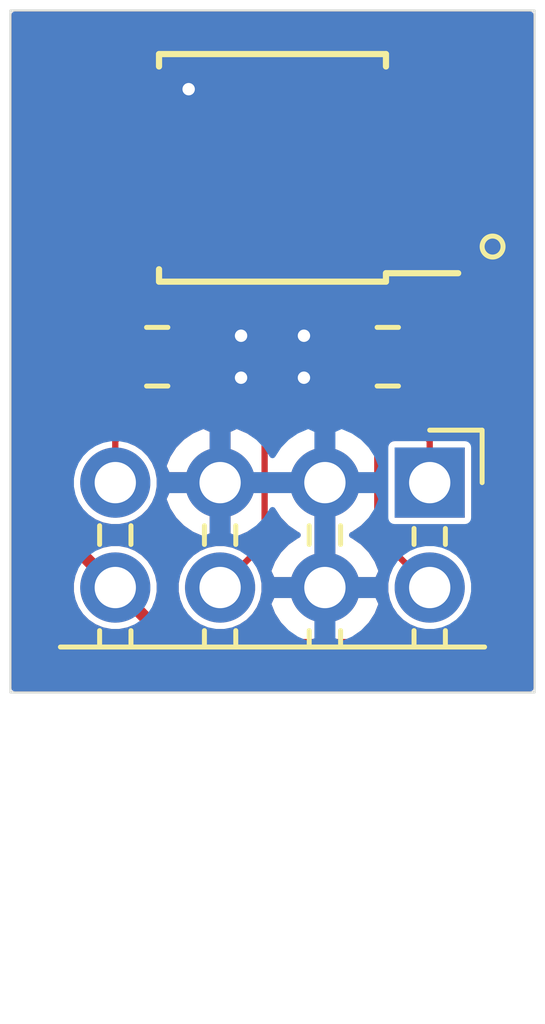
<source format=kicad_pcb>
(kicad_pcb (version 20171130) (host pcbnew "(5.1.5-0-10_14)")

  (general
    (thickness 1.6)
    (drawings 5)
    (tracks 56)
    (zones 0)
    (modules 4)
    (nets 8)
  )

  (page A4)
  (layers
    (0 F.Cu signal)
    (31 B.Cu signal)
    (32 B.Adhes user)
    (33 F.Adhes user)
    (34 B.Paste user)
    (35 F.Paste user)
    (36 B.SilkS user)
    (37 F.SilkS user)
    (38 B.Mask user)
    (39 F.Mask user)
    (40 Dwgs.User user)
    (41 Cmts.User user)
    (42 Eco1.User user)
    (43 Eco2.User user)
    (44 Edge.Cuts user)
    (45 Margin user)
    (46 B.CrtYd user)
    (47 F.CrtYd user)
    (48 B.Fab user hide)
    (49 F.Fab user hide)
  )

  (setup
    (last_trace_width 0.1524)
    (user_trace_width 0.1524)
    (user_trace_width 0.3048)
    (trace_clearance 0.1524)
    (zone_clearance 0.508)
    (zone_45_only no)
    (trace_min 0.1524)
    (via_size 0.6)
    (via_drill 0.3)
    (via_min_size 0.6)
    (via_min_drill 0.3)
    (user_via 0.6 0.3)
    (uvia_size 0.3)
    (uvia_drill 0.1)
    (uvias_allowed no)
    (uvia_min_size 0.2)
    (uvia_min_drill 0.1)
    (edge_width 0.05)
    (segment_width 0.2)
    (pcb_text_width 0.3)
    (pcb_text_size 1.5 1.5)
    (mod_edge_width 0.12)
    (mod_text_size 1 1)
    (mod_text_width 0.15)
    (pad_size 1.524 1.524)
    (pad_drill 0.762)
    (pad_to_mask_clearance 0.051)
    (solder_mask_min_width 0.25)
    (aux_axis_origin 0 0)
    (visible_elements FFFFFF7F)
    (pcbplotparams
      (layerselection 0x010fc_ffffffff)
      (usegerberextensions false)
      (usegerberattributes false)
      (usegerberadvancedattributes false)
      (creategerberjobfile false)
      (excludeedgelayer true)
      (linewidth 0.100000)
      (plotframeref false)
      (viasonmask false)
      (mode 1)
      (useauxorigin false)
      (hpglpennumber 1)
      (hpglpenspeed 20)
      (hpglpendiameter 15.000000)
      (psnegative false)
      (psa4output false)
      (plotreference true)
      (plotvalue true)
      (plotinvisibletext false)
      (padsonsilk false)
      (subtractmaskfromsilk false)
      (outputformat 1)
      (mirror false)
      (drillshape 0)
      (scaleselection 1)
      (outputdirectory "Gerbers/"))
  )

  (net 0 "")
  (net 1 GND)
  (net 2 +3V3)
  (net 3 /CIC_DATA1)
  (net 4 /CIC_DATA2)
  (net 5 /S_CLK)
  (net 6 /COLD_RESET#)
  (net 7 "Net-(U1-Pad3)")

  (net_class Default "This is the default net class."
    (clearance 0.1524)
    (trace_width 0.1524)
    (via_dia 0.6)
    (via_drill 0.3)
    (uvia_dia 0.3)
    (uvia_drill 0.1)
    (add_net +3V3)
    (add_net /CIC_DATA1)
    (add_net /CIC_DATA2)
    (add_net /COLD_RESET#)
    (add_net /S_CLK)
    (add_net GND)
    (add_net "Net-(U1-Pad3)")
  )

  (module connector:PinHeader_2x04_P2.54mm_Horizontal (layer F.Cu) (tedit 5EAF5A82) (tstamp 5EAFA7BB)
    (at 157.48 114.3 270)
    (descr "Through hole angled pin header, 2x04, 2.54mm pitch, 6mm pin length, double rows")
    (tags "Through hole angled pin header THT 2x04 2.54mm double row")
    (path /5EAF45F2)
    (fp_text reference J1 (at 5.655 -2.27 90) (layer F.SilkS) hide
      (effects (font (size 1 1) (thickness 0.15)))
    )
    (fp_text value Conn_02x04_Counter_Clockwise (at 5.655 9.89 90) (layer F.Fab)
      (effects (font (size 1 1) (thickness 0.15)))
    )
    (fp_text user %R (at 5.31 3.81) (layer F.Fab)
      (effects (font (size 1 1) (thickness 0.15)))
    )
    (fp_line (start 13.1 -1.8) (end -1.8 -1.8) (layer F.CrtYd) (width 0.05))
    (fp_line (start 13.1 9.4) (end 13.1 -1.8) (layer F.CrtYd) (width 0.05))
    (fp_line (start -1.8 9.4) (end 13.1 9.4) (layer F.CrtYd) (width 0.05))
    (fp_line (start -1.8 -1.8) (end -1.8 9.4) (layer F.CrtYd) (width 0.05))
    (fp_line (start -1.27 -1.27) (end 0 -1.27) (layer F.SilkS) (width 0.12))
    (fp_line (start -1.27 0) (end -1.27 -1.27) (layer F.SilkS) (width 0.12))
    (fp_line (start 1.042929 8) (end 1.497071 8) (layer F.SilkS) (width 0.12))
    (fp_line (start 1.042929 7.24) (end 1.497071 7.24) (layer F.SilkS) (width 0.12))
    (fp_line (start 3.582929 8) (end 3.98 8) (layer F.SilkS) (width 0.12))
    (fp_line (start 3.582929 7.24) (end 3.98 7.24) (layer F.SilkS) (width 0.12))
    (fp_line (start 1.042929 5.46) (end 1.497071 5.46) (layer F.SilkS) (width 0.12))
    (fp_line (start 1.042929 4.7) (end 1.497071 4.7) (layer F.SilkS) (width 0.12))
    (fp_line (start 3.582929 5.46) (end 3.98 5.46) (layer F.SilkS) (width 0.12))
    (fp_line (start 3.582929 4.7) (end 3.98 4.7) (layer F.SilkS) (width 0.12))
    (fp_line (start 1.042929 2.92) (end 1.497071 2.92) (layer F.SilkS) (width 0.12))
    (fp_line (start 1.042929 2.16) (end 1.497071 2.16) (layer F.SilkS) (width 0.12))
    (fp_line (start 3.582929 2.92) (end 3.98 2.92) (layer F.SilkS) (width 0.12))
    (fp_line (start 3.582929 2.16) (end 3.98 2.16) (layer F.SilkS) (width 0.12))
    (fp_line (start 1.11 0.38) (end 1.497071 0.38) (layer F.SilkS) (width 0.12))
    (fp_line (start 1.11 -0.38) (end 1.497071 -0.38) (layer F.SilkS) (width 0.12))
    (fp_line (start 3.582929 0.38) (end 3.98 0.38) (layer F.SilkS) (width 0.12))
    (fp_line (start 3.582929 -0.38) (end 3.98 -0.38) (layer F.SilkS) (width 0.12))
    (fp_line (start 3.98 -1.33) (end 3.98 8.95) (layer F.SilkS) (width 0.12))
    (fp_line (start -0.32 7.94) (end 4.04 7.94) (layer F.Fab) (width 0.1))
    (fp_line (start -0.32 7.3) (end -0.32 7.94) (layer F.Fab) (width 0.1))
    (fp_line (start -0.32 7.3) (end 4.04 7.3) (layer F.Fab) (width 0.1))
    (fp_line (start -0.32 5.4) (end 4.04 5.4) (layer F.Fab) (width 0.1))
    (fp_line (start -0.32 4.76) (end -0.32 5.4) (layer F.Fab) (width 0.1))
    (fp_line (start -0.32 4.76) (end 4.04 4.76) (layer F.Fab) (width 0.1))
    (fp_line (start -0.32 2.86) (end 4.04 2.86) (layer F.Fab) (width 0.1))
    (fp_line (start -0.32 2.22) (end -0.32 2.86) (layer F.Fab) (width 0.1))
    (fp_line (start -0.32 2.22) (end 4.04 2.22) (layer F.Fab) (width 0.1))
    (fp_line (start -0.32 0.32) (end 4.04 0.32) (layer F.Fab) (width 0.1))
    (fp_line (start -0.32 -0.32) (end -0.32 0.32) (layer F.Fab) (width 0.1))
    (fp_line (start -0.32 -0.32) (end 4.04 -0.32) (layer F.Fab) (width 0.1))
    (fp_line (start 4.04 8.89) (end 4.04 -0.635) (layer F.Fab) (width 0.1))
    (pad 8 thru_hole oval (at 2.54 7.62 270) (size 1.7 1.7) (drill 1) (layers *.Cu *.Mask)
      (net 2 +3V3))
    (pad 7 thru_hole oval (at 0 7.62 270) (size 1.7 1.7) (drill 1) (layers *.Cu *.Mask)
      (net 3 /CIC_DATA1))
    (pad 6 thru_hole oval (at 2.54 5.08 270) (size 1.7 1.7) (drill 1) (layers *.Cu *.Mask)
      (net 4 /CIC_DATA2))
    (pad 5 thru_hole oval (at 0 5.08 270) (size 1.7 1.7) (drill 1) (layers *.Cu *.Mask)
      (net 1 GND))
    (pad 4 thru_hole oval (at 2.54 2.54 270) (size 1.7 1.7) (drill 1) (layers *.Cu *.Mask)
      (net 1 GND))
    (pad 3 thru_hole oval (at 0 2.54 270) (size 1.7 1.7) (drill 1) (layers *.Cu *.Mask)
      (net 1 GND))
    (pad 2 thru_hole oval (at 2.54 0 270) (size 1.7 1.7) (drill 1) (layers *.Cu *.Mask)
      (net 5 /S_CLK))
    (pad 1 thru_hole rect (at 0 0 270) (size 1.7 1.7) (drill 1) (layers *.Cu *.Mask)
      (net 6 /COLD_RESET#))
    (model ${KISYS3DMOD}/Connector_PinHeader_2.54mm.3dshapes/PinHeader_2x04_P2.54mm_Horizontal.wrl
      (at (xyz 0 0 0))
      (scale (xyz 1 1 1))
      (rotate (xyz 0 0 0))
    )
  )

  (module Package_SO:SOIJ-8_5.3x5.3mm_P1.27mm (layer F.Cu) (tedit 5A02F2D3) (tstamp 5EAFA7D8)
    (at 153.67 106.68 180)
    (descr "8-Lead Plastic Small Outline (SM) - Medium, 5.28 mm Body [SOIC] (see Microchip Packaging Specification 00000049BS.pdf)")
    (tags "SOIC 1.27")
    (path /5EAF9170)
    (attr smd)
    (fp_text reference U1 (at 0 0) (layer F.SilkS) hide
      (effects (font (size 1 1) (thickness 0.15)))
    )
    (fp_text value ATtiny45-20SU (at 0 3.68) (layer F.Fab)
      (effects (font (size 1 1) (thickness 0.15)))
    )
    (fp_line (start -2.75 -2.55) (end -4.5 -2.55) (layer F.SilkS) (width 0.15))
    (fp_line (start -2.75 2.755) (end 2.75 2.755) (layer F.SilkS) (width 0.15))
    (fp_line (start -2.75 -2.755) (end 2.75 -2.755) (layer F.SilkS) (width 0.15))
    (fp_line (start -2.75 2.755) (end -2.75 2.455) (layer F.SilkS) (width 0.15))
    (fp_line (start 2.75 2.755) (end 2.75 2.455) (layer F.SilkS) (width 0.15))
    (fp_line (start 2.75 -2.755) (end 2.75 -2.455) (layer F.SilkS) (width 0.15))
    (fp_line (start -2.75 -2.755) (end -2.75 -2.55) (layer F.SilkS) (width 0.15))
    (fp_line (start -4.75 2.95) (end 4.75 2.95) (layer F.CrtYd) (width 0.05))
    (fp_line (start -4.75 -2.95) (end 4.75 -2.95) (layer F.CrtYd) (width 0.05))
    (fp_line (start 4.75 -2.95) (end 4.75 2.95) (layer F.CrtYd) (width 0.05))
    (fp_line (start -4.75 -2.95) (end -4.75 2.95) (layer F.CrtYd) (width 0.05))
    (fp_line (start -2.65 -1.65) (end -1.65 -2.65) (layer F.Fab) (width 0.15))
    (fp_line (start -2.65 2.65) (end -2.65 -1.65) (layer F.Fab) (width 0.15))
    (fp_line (start 2.65 2.65) (end -2.65 2.65) (layer F.Fab) (width 0.15))
    (fp_line (start 2.65 -2.65) (end 2.65 2.65) (layer F.Fab) (width 0.15))
    (fp_line (start -1.65 -2.65) (end 2.65 -2.65) (layer F.Fab) (width 0.15))
    (fp_text user %R (at 0 0) (layer F.Fab)
      (effects (font (size 1 1) (thickness 0.15)))
    )
    (pad 8 smd rect (at 3.65 -1.905 180) (size 1.7 0.65) (layers F.Cu F.Paste F.Mask)
      (net 2 +3V3))
    (pad 7 smd rect (at 3.65 -0.635 180) (size 1.7 0.65) (layers F.Cu F.Paste F.Mask)
      (net 3 /CIC_DATA1))
    (pad 6 smd rect (at 3.65 0.635 180) (size 1.7 0.65) (layers F.Cu F.Paste F.Mask)
      (net 4 /CIC_DATA2))
    (pad 5 smd rect (at 3.65 1.905 180) (size 1.7 0.65) (layers F.Cu F.Paste F.Mask)
      (net 1 GND))
    (pad 4 smd rect (at -3.65 1.905 180) (size 1.7 0.65) (layers F.Cu F.Paste F.Mask)
      (net 1 GND))
    (pad 3 smd rect (at -3.65 0.635 180) (size 1.7 0.65) (layers F.Cu F.Paste F.Mask)
      (net 7 "Net-(U1-Pad3)"))
    (pad 2 smd rect (at -3.65 -0.635 180) (size 1.7 0.65) (layers F.Cu F.Paste F.Mask)
      (net 5 /S_CLK))
    (pad 1 smd rect (at -3.65 -1.905 180) (size 1.7 0.65) (layers F.Cu F.Paste F.Mask)
      (net 6 /COLD_RESET#))
    (model ${KISYS3DMOD}/Package_SO.3dshapes/SOIJ-8_5.3x5.3mm_P1.27mm.wrl
      (at (xyz 0 0 0))
      (scale (xyz 1 1 1))
      (rotate (xyz 0 0 0))
    )
  )

  (module Capacitor_SMD:C_0805_2012Metric (layer F.Cu) (tedit 5B36C52B) (tstamp 5EAFA762)
    (at 156.464 111.252 180)
    (descr "Capacitor SMD 0805 (2012 Metric), square (rectangular) end terminal, IPC_7351 nominal, (Body size source: https://docs.google.com/spreadsheets/d/1BsfQQcO9C6DZCsRaXUlFlo91Tg2WpOkGARC1WS5S8t0/edit?usp=sharing), generated with kicad-footprint-generator")
    (tags capacitor)
    (path /5EAFE405)
    (attr smd)
    (fp_text reference C2 (at -2.54 -0.0422) (layer F.SilkS) hide
      (effects (font (size 1 1) (thickness 0.15)))
    )
    (fp_text value 100n (at 0 1.65) (layer F.Fab)
      (effects (font (size 1 1) (thickness 0.15)))
    )
    (fp_text user %R (at 0 0) (layer F.Fab)
      (effects (font (size 0.5 0.5) (thickness 0.08)))
    )
    (fp_line (start 1.68 0.95) (end -1.68 0.95) (layer F.CrtYd) (width 0.05))
    (fp_line (start 1.68 -0.95) (end 1.68 0.95) (layer F.CrtYd) (width 0.05))
    (fp_line (start -1.68 -0.95) (end 1.68 -0.95) (layer F.CrtYd) (width 0.05))
    (fp_line (start -1.68 0.95) (end -1.68 -0.95) (layer F.CrtYd) (width 0.05))
    (fp_line (start -0.258578 0.71) (end 0.258578 0.71) (layer F.SilkS) (width 0.12))
    (fp_line (start -0.258578 -0.71) (end 0.258578 -0.71) (layer F.SilkS) (width 0.12))
    (fp_line (start 1 0.6) (end -1 0.6) (layer F.Fab) (width 0.1))
    (fp_line (start 1 -0.6) (end 1 0.6) (layer F.Fab) (width 0.1))
    (fp_line (start -1 -0.6) (end 1 -0.6) (layer F.Fab) (width 0.1))
    (fp_line (start -1 0.6) (end -1 -0.6) (layer F.Fab) (width 0.1))
    (pad 2 smd roundrect (at 0.9375 0 180) (size 0.975 1.4) (layers F.Cu F.Paste F.Mask) (roundrect_rratio 0.25)
      (net 1 GND))
    (pad 1 smd roundrect (at -0.9375 0 180) (size 0.975 1.4) (layers F.Cu F.Paste F.Mask) (roundrect_rratio 0.25)
      (net 2 +3V3))
    (model ${KISYS3DMOD}/Capacitor_SMD.3dshapes/C_0805_2012Metric.wrl
      (at (xyz 0 0 0))
      (scale (xyz 1 1 1))
      (rotate (xyz 0 0 0))
    )
  )

  (module Capacitor_SMD:C_0805_2012Metric (layer F.Cu) (tedit 5B36C52B) (tstamp 5EAFA751)
    (at 150.876 111.252)
    (descr "Capacitor SMD 0805 (2012 Metric), square (rectangular) end terminal, IPC_7351 nominal, (Body size source: https://docs.google.com/spreadsheets/d/1BsfQQcO9C6DZCsRaXUlFlo91Tg2WpOkGARC1WS5S8t0/edit?usp=sharing), generated with kicad-footprint-generator")
    (tags capacitor)
    (path /5EAFDFF5)
    (attr smd)
    (fp_text reference C1 (at -2.54 0) (layer F.SilkS) hide
      (effects (font (size 1 1) (thickness 0.15)))
    )
    (fp_text value 2u2 (at 0 1.65) (layer F.Fab)
      (effects (font (size 1 1) (thickness 0.15)))
    )
    (fp_text user %R (at 0 0) (layer F.Fab)
      (effects (font (size 0.5 0.5) (thickness 0.08)))
    )
    (fp_line (start 1.68 0.95) (end -1.68 0.95) (layer F.CrtYd) (width 0.05))
    (fp_line (start 1.68 -0.95) (end 1.68 0.95) (layer F.CrtYd) (width 0.05))
    (fp_line (start -1.68 -0.95) (end 1.68 -0.95) (layer F.CrtYd) (width 0.05))
    (fp_line (start -1.68 0.95) (end -1.68 -0.95) (layer F.CrtYd) (width 0.05))
    (fp_line (start -0.258578 0.71) (end 0.258578 0.71) (layer F.SilkS) (width 0.12))
    (fp_line (start -0.258578 -0.71) (end 0.258578 -0.71) (layer F.SilkS) (width 0.12))
    (fp_line (start 1 0.6) (end -1 0.6) (layer F.Fab) (width 0.1))
    (fp_line (start 1 -0.6) (end 1 0.6) (layer F.Fab) (width 0.1))
    (fp_line (start -1 -0.6) (end 1 -0.6) (layer F.Fab) (width 0.1))
    (fp_line (start -1 0.6) (end -1 -0.6) (layer F.Fab) (width 0.1))
    (pad 2 smd roundrect (at 0.9375 0) (size 0.975 1.4) (layers F.Cu F.Paste F.Mask) (roundrect_rratio 0.25)
      (net 1 GND))
    (pad 1 smd roundrect (at -0.9375 0) (size 0.975 1.4) (layers F.Cu F.Paste F.Mask) (roundrect_rratio 0.25)
      (net 2 +3V3))
    (model ${KISYS3DMOD}/Capacitor_SMD.3dshapes/C_0805_2012Metric.wrl
      (at (xyz 0 0 0))
      (scale (xyz 1 1 1))
      (rotate (xyz 0 0 0))
    )
  )

  (gr_circle (center 159.004 108.585) (end 159.004 108.839) (layer F.SilkS) (width 0.12))
  (gr_line (start 147.32 102.87) (end 147.32 119.38) (layer Edge.Cuts) (width 0.05) (tstamp 5EAFAF9D))
  (gr_line (start 160.02 102.87) (end 147.32 102.87) (layer Edge.Cuts) (width 0.05))
  (gr_line (start 160.02 119.38) (end 160.02 102.87) (layer Edge.Cuts) (width 0.05))
  (gr_line (start 147.32 119.38) (end 160.02 119.38) (layer Edge.Cuts) (width 0.05))

  (via (at 152.908 111.76) (size 0.6) (drill 0.3) (layers F.Cu B.Cu) (net 1))
  (via (at 152.908 110.744) (size 0.6) (drill 0.3) (layers F.Cu B.Cu) (net 1))
  (via (at 154.432 110.744) (size 0.6) (drill 0.3) (layers F.Cu B.Cu) (net 1))
  (via (at 154.432 111.76) (size 0.6) (drill 0.3) (layers F.Cu B.Cu) (net 1))
  (segment (start 152.908 110.744) (end 152.4 111.252) (width 0.3048) (layer F.Cu) (net 1))
  (segment (start 152.4 111.252) (end 152.908 111.76) (width 0.3048) (layer F.Cu) (net 1))
  (segment (start 152.4 111.252) (end 151.8135 111.252) (width 0.3048) (layer F.Cu) (net 1))
  (segment (start 154.432 110.744) (end 154.94 111.252) (width 0.3048) (layer F.Cu) (net 1))
  (segment (start 154.94 111.252) (end 154.432 111.76) (width 0.3048) (layer F.Cu) (net 1))
  (segment (start 154.94 111.252) (end 155.5265 111.252) (width 0.3048) (layer F.Cu) (net 1))
  (segment (start 152.4 114.3) (end 154.94 114.3) (width 0.3048) (layer B.Cu) (net 1))
  (segment (start 154.94 114.3) (end 154.94 116.84) (width 0.3048) (layer B.Cu) (net 1))
  (segment (start 152.4 112.268) (end 152.908 111.76) (width 0.3048) (layer B.Cu) (net 1))
  (segment (start 152.4 114.3) (end 152.4 112.268) (width 0.3048) (layer B.Cu) (net 1))
  (via (at 151.638 104.775) (size 0.6) (drill 0.3) (layers F.Cu B.Cu) (net 1) (status 1000000))
  (segment (start 150.02 104.775) (end 151.638 104.775) (width 0.3048) (layer F.Cu) (net 1))
  (segment (start 151.638 104.775) (end 152.908 106.045) (width 0.3048) (layer B.Cu) (net 1))
  (segment (start 151.638 104.775) (end 157.32 104.775) (width 0.3048) (layer F.Cu) (net 1))
  (segment (start 152.908 110.744) (end 154.432 110.744) (width 0.3048) (layer B.Cu) (net 1))
  (segment (start 152.908 106.045) (end 152.908 110.744) (width 0.3048) (layer B.Cu) (net 1))
  (segment (start 148.59 115.57) (end 149.010001 115.990001) (width 0.3048) (layer F.Cu) (net 2))
  (segment (start 148.59 112.6005) (end 148.59 115.57) (width 0.3048) (layer F.Cu) (net 2))
  (segment (start 149.010001 115.990001) (end 149.86 116.84) (width 0.3048) (layer F.Cu) (net 2))
  (segment (start 149.9385 111.252) (end 148.59 112.6005) (width 0.3048) (layer F.Cu) (net 2))
  (segment (start 149.9385 108.6665) (end 150.02 108.585) (width 0.3048) (layer F.Cu) (net 2))
  (segment (start 158.75 117.348) (end 158.75 112.6005) (width 0.3048) (layer F.Cu) (net 2))
  (segment (start 158.75 112.6005) (end 157.887027 111.737527) (width 0.3048) (layer F.Cu) (net 2))
  (segment (start 157.887027 111.737527) (end 157.4015 111.252) (width 0.3048) (layer F.Cu) (net 2))
  (segment (start 157.861 118.237) (end 158.75 117.348) (width 0.3048) (layer F.Cu) (net 2))
  (segment (start 151.257 118.237) (end 157.861 118.237) (width 0.3048) (layer F.Cu) (net 2))
  (segment (start 149.86 116.84) (end 151.257 118.237) (width 0.3048) (layer F.Cu) (net 2))
  (segment (start 149.9385 111.252) (end 149.9385 108.6665) (width 0.3048) (layer F.Cu) (net 2))
  (segment (start 151.13 109.394741) (end 151.13 107.696) (width 0.1524) (layer F.Cu) (net 3))
  (segment (start 150.876 109.648741) (end 151.13 109.394741) (width 0.1524) (layer F.Cu) (net 3))
  (segment (start 149.86 113.284) (end 150.876 112.268) (width 0.1524) (layer F.Cu) (net 3))
  (segment (start 150.749 107.315) (end 150.02 107.315) (width 0.1524) (layer F.Cu) (net 3))
  (segment (start 151.13 107.696) (end 150.749 107.315) (width 0.1524) (layer F.Cu) (net 3))
  (segment (start 149.86 114.3) (end 149.86 113.284) (width 0.1524) (layer F.Cu) (net 3))
  (segment (start 150.876 112.268) (end 150.876 109.648741) (width 0.1524) (layer F.Cu) (net 3))
  (segment (start 153.478601 108.501201) (end 151.0224 106.045) (width 0.1524) (layer F.Cu) (net 4))
  (segment (start 151.0224 106.045) (end 150.02 106.045) (width 0.1524) (layer F.Cu) (net 4))
  (segment (start 152.4 116.84) (end 153.478601 115.761399) (width 0.1524) (layer F.Cu) (net 4))
  (segment (start 153.478601 115.761399) (end 153.478601 108.501201) (width 0.1524) (layer F.Cu) (net 4))
  (segment (start 153.797 109.8356) (end 156.3176 107.315) (width 0.1524) (layer F.Cu) (net 5))
  (segment (start 156.3176 107.315) (end 157.32 107.315) (width 0.1524) (layer F.Cu) (net 5))
  (segment (start 154.559 112.903) (end 153.797 112.141) (width 0.1524) (layer F.Cu) (net 5))
  (segment (start 155.575 112.903) (end 154.559 112.903) (width 0.1524) (layer F.Cu) (net 5))
  (segment (start 156.21 113.538) (end 155.575 112.903) (width 0.1524) (layer F.Cu) (net 5))
  (segment (start 156.21 115.57) (end 156.21 113.538) (width 0.1524) (layer F.Cu) (net 5))
  (segment (start 157.48 116.84) (end 156.21 115.57) (width 0.1524) (layer F.Cu) (net 5))
  (segment (start 153.797 112.141) (end 153.797 109.8356) (width 0.1524) (layer F.Cu) (net 5))
  (segment (start 157.32 109.0624) (end 157.32 108.585) (width 0.1524) (layer F.Cu) (net 6))
  (segment (start 156.464 109.9184) (end 157.32 109.0624) (width 0.1524) (layer F.Cu) (net 6))
  (segment (start 157.48 113.284) (end 156.464 112.268) (width 0.1524) (layer F.Cu) (net 6))
  (segment (start 157.48 114.3) (end 157.48 113.284) (width 0.1524) (layer F.Cu) (net 6))
  (segment (start 156.464 112.268) (end 156.464 109.9184) (width 0.1524) (layer F.Cu) (net 6))

  (zone (net 1) (net_name GND) (layer F.Cu) (tstamp 5EB22338) (hatch edge 0.508)
    (connect_pads (clearance 0))
    (min_thickness 0.1524)
    (fill yes (arc_segments 32) (thermal_gap 0.508) (thermal_bridge_width 0.508))
    (polygon
      (pts
        (xy 160.274 119.634) (xy 147.066 119.634) (xy 147.066 102.616) (xy 160.274 102.616)
      )
    )
    (filled_polygon
      (pts
        (xy 159.9188 119.2788) (xy 147.4212 119.2788) (xy 147.4212 112.6005) (xy 148.207157 112.6005) (xy 148.209 112.61921)
        (xy 148.209001 115.55128) (xy 148.207157 115.57) (xy 148.214514 115.644688) (xy 148.236299 115.716507) (xy 148.271678 115.782696)
        (xy 148.30101 115.818437) (xy 148.31929 115.840711) (xy 148.333827 115.852641) (xy 148.753825 116.27264) (xy 148.75383 116.272644)
        (xy 148.87666 116.395474) (xy 148.82285 116.525384) (xy 148.7814 116.733767) (xy 148.7814 116.946233) (xy 148.82285 117.154616)
        (xy 148.904157 117.350909) (xy 149.022197 117.527567) (xy 149.172433 117.677803) (xy 149.349091 117.795843) (xy 149.545384 117.87715)
        (xy 149.753767 117.9186) (xy 149.966233 117.9186) (xy 150.174616 117.87715) (xy 150.304525 117.82334) (xy 150.974359 118.493174)
        (xy 150.986289 118.507711) (xy 151.000824 118.519639) (xy 151.044303 118.555322) (xy 151.067359 118.567645) (xy 151.110492 118.590701)
        (xy 151.182311 118.612487) (xy 151.238287 118.618) (xy 151.238296 118.618) (xy 151.256999 118.619842) (xy 151.275702 118.618)
        (xy 157.84229 118.618) (xy 157.861 118.619843) (xy 157.87971 118.618) (xy 157.879713 118.618) (xy 157.935689 118.612487)
        (xy 158.007508 118.590701) (xy 158.073696 118.555322) (xy 158.131711 118.507711) (xy 158.143646 118.493168) (xy 159.006175 117.63064)
        (xy 159.020711 117.618711) (xy 159.04425 117.590028) (xy 159.068322 117.560697) (xy 159.103701 117.494508) (xy 159.103701 117.494507)
        (xy 159.125487 117.422689) (xy 159.131 117.366713) (xy 159.131 117.36671) (xy 159.132843 117.348) (xy 159.131 117.32929)
        (xy 159.131 112.619209) (xy 159.132843 112.600499) (xy 159.12968 112.568389) (xy 159.125487 112.525811) (xy 159.103701 112.453992)
        (xy 159.10011 112.447274) (xy 159.068322 112.387803) (xy 159.032639 112.344324) (xy 159.020711 112.329789) (xy 159.006174 112.317859)
        (xy 158.16967 111.481356) (xy 158.169666 111.481351) (xy 158.118706 111.430391) (xy 158.118706 110.79575) (xy 158.109609 110.703383)
        (xy 158.082666 110.614566) (xy 158.038914 110.532712) (xy 157.980034 110.460966) (xy 157.908288 110.402086) (xy 157.826434 110.358334)
        (xy 157.737617 110.331391) (xy 157.64525 110.322294) (xy 157.15775 110.322294) (xy 157.065383 110.331391) (xy 156.976566 110.358334)
        (xy 156.894712 110.402086) (xy 156.822966 110.460966) (xy 156.7688 110.526968) (xy 156.7688 110.044651) (xy 157.524945 109.288507)
        (xy 157.536568 109.278968) (xy 157.574658 109.232557) (xy 157.60296 109.179606) (xy 157.615064 109.139706) (xy 158.17 109.139706)
        (xy 158.214813 109.135292) (xy 158.257905 109.122221) (xy 158.297618 109.100994) (xy 158.332427 109.072427) (xy 158.360994 109.037618)
        (xy 158.382221 108.997905) (xy 158.395292 108.954813) (xy 158.399706 108.91) (xy 158.399706 108.26) (xy 158.395292 108.215187)
        (xy 158.382221 108.172095) (xy 158.360994 108.132382) (xy 158.332427 108.097573) (xy 158.297618 108.069006) (xy 158.257905 108.047779)
        (xy 158.214813 108.034708) (xy 158.17 108.030294) (xy 156.47 108.030294) (xy 156.425187 108.034708) (xy 156.382095 108.047779)
        (xy 156.342382 108.069006) (xy 156.307573 108.097573) (xy 156.279006 108.132382) (xy 156.257779 108.172095) (xy 156.244708 108.215187)
        (xy 156.240294 108.26) (xy 156.240294 108.91) (xy 156.244708 108.954813) (xy 156.257779 108.997905) (xy 156.279006 109.037618)
        (xy 156.307573 109.072427) (xy 156.342382 109.100994) (xy 156.382095 109.122221) (xy 156.425187 109.135292) (xy 156.47 109.139706)
        (xy 156.811642 109.139706) (xy 156.259057 109.692292) (xy 156.247433 109.701832) (xy 156.237893 109.713456) (xy 156.237892 109.713457)
        (xy 156.231449 109.721307) (xy 156.209343 109.748243) (xy 156.199881 109.765946) (xy 156.18104 109.801195) (xy 156.163611 109.858649)
        (xy 156.157727 109.9184) (xy 156.159201 109.933368) (xy 156.159201 109.985559) (xy 156.128523 109.976253) (xy 156.014 109.964973)
        (xy 155.85035 109.9678) (xy 155.7043 110.11385) (xy 155.7043 111.0742) (xy 155.7243 111.0742) (xy 155.7243 111.4298)
        (xy 155.7043 111.4298) (xy 155.7043 112.39015) (xy 155.85035 112.5362) (xy 156.014 112.539027) (xy 156.128523 112.527747)
        (xy 156.238646 112.494342) (xy 156.251179 112.487643) (xy 156.259061 112.494112) (xy 156.985242 113.220294) (xy 156.63 113.220294)
        (xy 156.585187 113.224708) (xy 156.542095 113.237779) (xy 156.502382 113.259006) (xy 156.467573 113.287573) (xy 156.439006 113.322382)
        (xy 156.434408 113.330985) (xy 156.426568 113.321432) (xy 156.414944 113.311892) (xy 155.801112 112.698061) (xy 155.791568 112.686432)
        (xy 155.745157 112.648342) (xy 155.692206 112.62004) (xy 155.634751 112.602611) (xy 155.589966 112.5982) (xy 155.589958 112.5982)
        (xy 155.575 112.596727) (xy 155.560042 112.5982) (xy 154.685252 112.5982) (xy 154.1018 112.014749) (xy 154.1018 111.952)
        (xy 154.451973 111.952) (xy 154.463253 112.066523) (xy 154.496658 112.176646) (xy 154.550905 112.278135) (xy 154.623909 112.367091)
        (xy 154.712865 112.440095) (xy 154.814354 112.494342) (xy 154.924477 112.527747) (xy 155.039 112.539027) (xy 155.20265 112.5362)
        (xy 155.3487 112.39015) (xy 155.3487 111.4298) (xy 154.60085 111.4298) (xy 154.4548 111.57585) (xy 154.451973 111.952)
        (xy 154.1018 111.952) (xy 154.1018 110.552) (xy 154.451973 110.552) (xy 154.4548 110.92815) (xy 154.60085 111.0742)
        (xy 155.3487 111.0742) (xy 155.3487 110.11385) (xy 155.20265 109.9678) (xy 155.039 109.964973) (xy 154.924477 109.976253)
        (xy 154.814354 110.009658) (xy 154.712865 110.063905) (xy 154.623909 110.136909) (xy 154.550905 110.225865) (xy 154.496658 110.327354)
        (xy 154.463253 110.437477) (xy 154.451973 110.552) (xy 154.1018 110.552) (xy 154.1018 109.961851) (xy 156.286681 107.776971)
        (xy 156.307573 107.802427) (xy 156.342382 107.830994) (xy 156.382095 107.852221) (xy 156.425187 107.865292) (xy 156.47 107.869706)
        (xy 158.17 107.869706) (xy 158.214813 107.865292) (xy 158.257905 107.852221) (xy 158.297618 107.830994) (xy 158.332427 107.802427)
        (xy 158.360994 107.767618) (xy 158.382221 107.727905) (xy 158.395292 107.684813) (xy 158.399706 107.64) (xy 158.399706 106.99)
        (xy 158.395292 106.945187) (xy 158.382221 106.902095) (xy 158.360994 106.862382) (xy 158.332427 106.827573) (xy 158.297618 106.799006)
        (xy 158.257905 106.777779) (xy 158.214813 106.764708) (xy 158.17 106.760294) (xy 156.47 106.760294) (xy 156.425187 106.764708)
        (xy 156.382095 106.777779) (xy 156.342382 106.799006) (xy 156.307573 106.827573) (xy 156.279006 106.862382) (xy 156.257779 106.902095)
        (xy 156.244708 106.945187) (xy 156.240294 106.99) (xy 156.240294 107.019936) (xy 156.200394 107.03204) (xy 156.147443 107.060342)
        (xy 156.101032 107.098432) (xy 156.091492 107.110056) (xy 153.783401 109.418148) (xy 153.783401 108.516159) (xy 153.784874 108.501201)
        (xy 153.783401 108.486243) (xy 153.783401 108.486235) (xy 153.77899 108.44145) (xy 153.761561 108.383995) (xy 153.733259 108.331044)
        (xy 153.695169 108.284633) (xy 153.683545 108.275093) (xy 151.248512 105.840061) (xy 151.238968 105.828432) (xy 151.192557 105.790342)
        (xy 151.139606 105.76204) (xy 151.099706 105.749936) (xy 151.099706 105.72) (xy 151.095292 105.675187) (xy 151.086114 105.64493)
        (xy 151.094646 105.642342) (xy 151.196135 105.588095) (xy 151.285091 105.515091) (xy 151.358095 105.426135) (xy 151.412342 105.324646)
        (xy 151.445747 105.214523) (xy 151.457027 105.1) (xy 155.882973 105.1) (xy 155.894253 105.214523) (xy 155.927658 105.324646)
        (xy 155.981905 105.426135) (xy 156.054909 105.515091) (xy 156.143865 105.588095) (xy 156.245354 105.642342) (xy 156.253886 105.64493)
        (xy 156.244708 105.675187) (xy 156.240294 105.72) (xy 156.240294 106.37) (xy 156.244708 106.414813) (xy 156.257779 106.457905)
        (xy 156.279006 106.497618) (xy 156.307573 106.532427) (xy 156.342382 106.560994) (xy 156.382095 106.582221) (xy 156.425187 106.595292)
        (xy 156.47 106.599706) (xy 158.17 106.599706) (xy 158.214813 106.595292) (xy 158.257905 106.582221) (xy 158.297618 106.560994)
        (xy 158.332427 106.532427) (xy 158.360994 106.497618) (xy 158.382221 106.457905) (xy 158.395292 106.414813) (xy 158.399706 106.37)
        (xy 158.399706 105.72) (xy 158.395292 105.675187) (xy 158.386114 105.64493) (xy 158.394646 105.642342) (xy 158.496135 105.588095)
        (xy 158.585091 105.515091) (xy 158.658095 105.426135) (xy 158.712342 105.324646) (xy 158.745747 105.214523) (xy 158.757027 105.1)
        (xy 158.7542 105.09885) (xy 158.60815 104.9528) (xy 157.4978 104.9528) (xy 157.4978 104.9728) (xy 157.1422 104.9728)
        (xy 157.1422 104.9528) (xy 156.03185 104.9528) (xy 155.8858 105.09885) (xy 155.882973 105.1) (xy 151.457027 105.1)
        (xy 151.4542 105.09885) (xy 151.30815 104.9528) (xy 150.1978 104.9528) (xy 150.1978 104.9728) (xy 149.8422 104.9728)
        (xy 149.8422 104.9528) (xy 148.73185 104.9528) (xy 148.5858 105.09885) (xy 148.582973 105.1) (xy 148.594253 105.214523)
        (xy 148.627658 105.324646) (xy 148.681905 105.426135) (xy 148.754909 105.515091) (xy 148.843865 105.588095) (xy 148.945354 105.642342)
        (xy 148.953886 105.64493) (xy 148.944708 105.675187) (xy 148.940294 105.72) (xy 148.940294 106.37) (xy 148.944708 106.414813)
        (xy 148.957779 106.457905) (xy 148.979006 106.497618) (xy 149.007573 106.532427) (xy 149.042382 106.560994) (xy 149.082095 106.582221)
        (xy 149.125187 106.595292) (xy 149.17 106.599706) (xy 150.87 106.599706) (xy 150.914813 106.595292) (xy 150.957905 106.582221)
        (xy 150.997618 106.560994) (xy 151.032427 106.532427) (xy 151.053319 106.50697) (xy 153.173802 108.627454) (xy 153.173801 113.099919)
        (xy 153.092659 113.044144) (xy 152.834344 112.933144) (xy 152.798239 112.922199) (xy 152.5778 113.02418) (xy 152.5778 114.1222)
        (xy 153.173801 114.1222) (xy 153.173801 114.4778) (xy 152.5778 114.4778) (xy 152.5778 115.57582) (xy 152.798239 115.677801)
        (xy 152.834344 115.666856) (xy 153.092659 115.555856) (xy 153.173801 115.500081) (xy 153.173801 115.635147) (xy 152.919231 115.889718)
        (xy 152.910909 115.884157) (xy 152.714616 115.80285) (xy 152.506233 115.7614) (xy 152.293767 115.7614) (xy 152.085384 115.80285)
        (xy 151.889091 115.884157) (xy 151.712433 116.002197) (xy 151.562197 116.152433) (xy 151.444157 116.329091) (xy 151.36285 116.525384)
        (xy 151.3214 116.733767) (xy 151.3214 116.946233) (xy 151.36285 117.154616) (xy 151.444157 117.350909) (xy 151.562197 117.527567)
        (xy 151.712433 117.677803) (xy 151.889091 117.795843) (xy 152.034323 117.856) (xy 151.414815 117.856) (xy 150.84334 117.284525)
        (xy 150.89715 117.154616) (xy 150.9386 116.946233) (xy 150.9386 116.733767) (xy 150.89715 116.525384) (xy 150.815843 116.329091)
        (xy 150.697803 116.152433) (xy 150.547567 116.002197) (xy 150.370909 115.884157) (xy 150.174616 115.80285) (xy 149.966233 115.7614)
        (xy 149.753767 115.7614) (xy 149.545384 115.80285) (xy 149.415474 115.85666) (xy 149.292644 115.73383) (xy 149.29264 115.733825)
        (xy 148.971 115.412186) (xy 148.971 114.910946) (xy 149.022197 114.987567) (xy 149.172433 115.137803) (xy 149.349091 115.255843)
        (xy 149.545384 115.33715) (xy 149.753767 115.3786) (xy 149.966233 115.3786) (xy 150.174616 115.33715) (xy 150.370909 115.255843)
        (xy 150.547567 115.137803) (xy 150.697803 114.987567) (xy 150.815843 114.810909) (xy 150.862511 114.69824) (xy 151.022192 114.69824)
        (xy 151.126359 114.959385) (xy 151.279471 115.19519) (xy 151.475645 115.396594) (xy 151.707341 115.555856) (xy 151.965656 115.666856)
        (xy 152.001761 115.677801) (xy 152.2222 115.57582) (xy 152.2222 114.4778) (xy 151.122907 114.4778) (xy 151.022192 114.69824)
        (xy 150.862511 114.69824) (xy 150.89715 114.614616) (xy 150.9386 114.406233) (xy 150.9386 114.193767) (xy 150.89715 113.985384)
        (xy 150.862512 113.90176) (xy 151.022192 113.90176) (xy 151.122907 114.1222) (xy 152.2222 114.1222) (xy 152.2222 113.02418)
        (xy 152.001761 112.922199) (xy 151.965656 112.933144) (xy 151.707341 113.044144) (xy 151.475645 113.203406) (xy 151.279471 113.40481)
        (xy 151.126359 113.640615) (xy 151.022192 113.90176) (xy 150.862512 113.90176) (xy 150.815843 113.789091) (xy 150.697803 113.612433)
        (xy 150.547567 113.462197) (xy 150.370909 113.344157) (xy 150.271904 113.303148) (xy 151.080945 112.494107) (xy 151.088821 112.487643)
        (xy 151.101354 112.494342) (xy 151.211477 112.527747) (xy 151.326 112.539027) (xy 151.48965 112.5362) (xy 151.6357 112.39015)
        (xy 151.6357 111.4298) (xy 151.9913 111.4298) (xy 151.9913 112.39015) (xy 152.13735 112.5362) (xy 152.301 112.539027)
        (xy 152.415523 112.527747) (xy 152.525646 112.494342) (xy 152.627135 112.440095) (xy 152.716091 112.367091) (xy 152.789095 112.278135)
        (xy 152.843342 112.176646) (xy 152.876747 112.066523) (xy 152.888027 111.952) (xy 152.8852 111.57585) (xy 152.73915 111.4298)
        (xy 151.9913 111.4298) (xy 151.6357 111.4298) (xy 151.6157 111.4298) (xy 151.6157 111.0742) (xy 151.6357 111.0742)
        (xy 151.6357 110.11385) (xy 151.9913 110.11385) (xy 151.9913 111.0742) (xy 152.73915 111.0742) (xy 152.8852 110.92815)
        (xy 152.888027 110.552) (xy 152.876747 110.437477) (xy 152.843342 110.327354) (xy 152.789095 110.225865) (xy 152.716091 110.136909)
        (xy 152.627135 110.063905) (xy 152.525646 110.009658) (xy 152.415523 109.976253) (xy 152.301 109.964973) (xy 152.13735 109.9678)
        (xy 151.9913 110.11385) (xy 151.6357 110.11385) (xy 151.48965 109.9678) (xy 151.326 109.964973) (xy 151.211477 109.976253)
        (xy 151.1808 109.985559) (xy 151.1808 109.774992) (xy 151.334945 109.620848) (xy 151.346568 109.611309) (xy 151.384658 109.564898)
        (xy 151.41296 109.511947) (xy 151.430389 109.454492) (xy 151.4348 109.409707) (xy 151.4348 109.4097) (xy 151.436273 109.394742)
        (xy 151.4348 109.379784) (xy 151.4348 107.710957) (xy 151.436273 107.695999) (xy 151.4348 107.681041) (xy 151.4348 107.681034)
        (xy 151.430389 107.636249) (xy 151.41296 107.578794) (xy 151.384658 107.525843) (xy 151.346568 107.479432) (xy 151.334944 107.469892)
        (xy 151.099706 107.234655) (xy 151.099706 106.99) (xy 151.095292 106.945187) (xy 151.082221 106.902095) (xy 151.060994 106.862382)
        (xy 151.032427 106.827573) (xy 150.997618 106.799006) (xy 150.957905 106.777779) (xy 150.914813 106.764708) (xy 150.87 106.760294)
        (xy 149.17 106.760294) (xy 149.125187 106.764708) (xy 149.082095 106.777779) (xy 149.042382 106.799006) (xy 149.007573 106.827573)
        (xy 148.979006 106.862382) (xy 148.957779 106.902095) (xy 148.944708 106.945187) (xy 148.940294 106.99) (xy 148.940294 107.64)
        (xy 148.944708 107.684813) (xy 148.957779 107.727905) (xy 148.979006 107.767618) (xy 149.007573 107.802427) (xy 149.042382 107.830994)
        (xy 149.082095 107.852221) (xy 149.125187 107.865292) (xy 149.17 107.869706) (xy 150.825201 107.869706) (xy 150.825201 108.030294)
        (xy 149.17 108.030294) (xy 149.125187 108.034708) (xy 149.082095 108.047779) (xy 149.042382 108.069006) (xy 149.007573 108.097573)
        (xy 148.979006 108.132382) (xy 148.957779 108.172095) (xy 148.944708 108.215187) (xy 148.940294 108.26) (xy 148.940294 108.91)
        (xy 148.944708 108.954813) (xy 148.957779 108.997905) (xy 148.979006 109.037618) (xy 149.007573 109.072427) (xy 149.042382 109.100994)
        (xy 149.082095 109.122221) (xy 149.125187 109.135292) (xy 149.17 109.139706) (xy 149.557501 109.139706) (xy 149.5575 110.345006)
        (xy 149.513566 110.358334) (xy 149.431712 110.402086) (xy 149.359966 110.460966) (xy 149.301086 110.532712) (xy 149.257334 110.614566)
        (xy 149.230391 110.703383) (xy 149.221294 110.79575) (xy 149.221294 111.430391) (xy 148.333832 112.317854) (xy 148.319289 112.329789)
        (xy 148.288677 112.367091) (xy 148.271678 112.387804) (xy 148.26748 112.395658) (xy 148.236299 112.453993) (xy 148.214513 112.525812)
        (xy 148.21032 112.568389) (xy 148.207157 112.6005) (xy 147.4212 112.6005) (xy 147.4212 104.45) (xy 148.582973 104.45)
        (xy 148.5858 104.45115) (xy 148.73185 104.5972) (xy 149.8422 104.5972) (xy 149.8422 104.01185) (xy 150.1978 104.01185)
        (xy 150.1978 104.5972) (xy 151.30815 104.5972) (xy 151.4542 104.45115) (xy 151.457027 104.45) (xy 155.882973 104.45)
        (xy 155.8858 104.45115) (xy 156.03185 104.5972) (xy 157.1422 104.5972) (xy 157.1422 104.01185) (xy 157.4978 104.01185)
        (xy 157.4978 104.5972) (xy 158.60815 104.5972) (xy 158.7542 104.45115) (xy 158.757027 104.45) (xy 158.745747 104.335477)
        (xy 158.712342 104.225354) (xy 158.658095 104.123865) (xy 158.585091 104.034909) (xy 158.496135 103.961905) (xy 158.394646 103.907658)
        (xy 158.284523 103.874253) (xy 158.17 103.862973) (xy 157.64385 103.8658) (xy 157.4978 104.01185) (xy 157.1422 104.01185)
        (xy 156.99615 103.8658) (xy 156.47 103.862973) (xy 156.355477 103.874253) (xy 156.245354 103.907658) (xy 156.143865 103.961905)
        (xy 156.054909 104.034909) (xy 155.981905 104.123865) (xy 155.927658 104.225354) (xy 155.894253 104.335477) (xy 155.882973 104.45)
        (xy 151.457027 104.45) (xy 151.445747 104.335477) (xy 151.412342 104.225354) (xy 151.358095 104.123865) (xy 151.285091 104.034909)
        (xy 151.196135 103.961905) (xy 151.094646 103.907658) (xy 150.984523 103.874253) (xy 150.87 103.862973) (xy 150.34385 103.8658)
        (xy 150.1978 104.01185) (xy 149.8422 104.01185) (xy 149.69615 103.8658) (xy 149.17 103.862973) (xy 149.055477 103.874253)
        (xy 148.945354 103.907658) (xy 148.843865 103.961905) (xy 148.754909 104.034909) (xy 148.681905 104.123865) (xy 148.627658 104.225354)
        (xy 148.594253 104.335477) (xy 148.582973 104.45) (xy 147.4212 104.45) (xy 147.4212 102.9712) (xy 159.918801 102.9712)
      )
    )
    (filled_polygon
      (pts
        (xy 155.1178 114.1222) (xy 155.1378 114.1222) (xy 155.1378 114.4778) (xy 155.1178 114.4778) (xy 155.1178 116.6622)
        (xy 156.217093 116.6622) (xy 156.317808 116.44176) (xy 156.213641 116.180615) (xy 156.060529 115.94481) (xy 155.864355 115.743406)
        (xy 155.632659 115.584144) (xy 155.599744 115.57) (xy 155.632659 115.555856) (xy 155.864355 115.396594) (xy 155.9052 115.35466)
        (xy 155.9052 115.555042) (xy 155.903727 115.57) (xy 155.9052 115.584958) (xy 155.9052 115.584965) (xy 155.909055 115.62411)
        (xy 155.909611 115.629751) (xy 155.914142 115.644688) (xy 155.92704 115.687205) (xy 155.955342 115.740156) (xy 155.993432 115.786568)
        (xy 156.005061 115.796112) (xy 156.529718 116.320769) (xy 156.524157 116.329091) (xy 156.44285 116.525384) (xy 156.4014 116.733767)
        (xy 156.4014 116.946233) (xy 156.44285 117.154616) (xy 156.524157 117.350909) (xy 156.642197 117.527567) (xy 156.792433 117.677803)
        (xy 156.969091 117.795843) (xy 157.114323 117.856) (xy 155.942856 117.856) (xy 156.060529 117.73519) (xy 156.213641 117.499385)
        (xy 156.317808 117.23824) (xy 156.217093 117.0178) (xy 155.1178 117.0178) (xy 155.1178 117.0378) (xy 154.7622 117.0378)
        (xy 154.7622 117.0178) (xy 153.662907 117.0178) (xy 153.562192 117.23824) (xy 153.666359 117.499385) (xy 153.819471 117.73519)
        (xy 153.937144 117.856) (xy 152.765677 117.856) (xy 152.910909 117.795843) (xy 153.087567 117.677803) (xy 153.237803 117.527567)
        (xy 153.355843 117.350909) (xy 153.43715 117.154616) (xy 153.4786 116.946233) (xy 153.4786 116.733767) (xy 153.43715 116.525384)
        (xy 153.355843 116.329091) (xy 153.350282 116.320769) (xy 153.683546 115.987506) (xy 153.695169 115.977967) (xy 153.733259 115.931556)
        (xy 153.761561 115.878605) (xy 153.77899 115.82115) (xy 153.783401 115.776365) (xy 153.783401 115.776358) (xy 153.784874 115.7614)
        (xy 153.783401 115.746442) (xy 153.783401 115.139639) (xy 153.819471 115.19519) (xy 154.015645 115.396594) (xy 154.247341 115.555856)
        (xy 154.280256 115.57) (xy 154.247341 115.584144) (xy 154.015645 115.743406) (xy 153.819471 115.94481) (xy 153.666359 116.180615)
        (xy 153.562192 116.44176) (xy 153.662907 116.6622) (xy 154.7622 116.6622) (xy 154.7622 114.4778) (xy 154.7422 114.4778)
        (xy 154.7422 114.1222) (xy 154.7622 114.1222) (xy 154.7622 114.1022) (xy 155.1178 114.1022)
      )
    )
  )
  (zone (net 1) (net_name GND) (layer B.Cu) (tstamp 5EB22335) (hatch edge 0.508)
    (connect_pads (clearance 0))
    (min_thickness 0.1524)
    (fill yes (arc_segments 32) (thermal_gap 0.508) (thermal_bridge_width 0.508))
    (polygon
      (pts
        (xy 160.274 119.634) (xy 147.066 119.634) (xy 147.066 102.616) (xy 160.274 102.616)
      )
    )
    (filled_polygon
      (pts
        (xy 159.9188 119.2788) (xy 147.4212 119.2788) (xy 147.4212 116.733767) (xy 148.7814 116.733767) (xy 148.7814 116.946233)
        (xy 148.82285 117.154616) (xy 148.904157 117.350909) (xy 149.022197 117.527567) (xy 149.172433 117.677803) (xy 149.349091 117.795843)
        (xy 149.545384 117.87715) (xy 149.753767 117.9186) (xy 149.966233 117.9186) (xy 150.174616 117.87715) (xy 150.370909 117.795843)
        (xy 150.547567 117.677803) (xy 150.697803 117.527567) (xy 150.815843 117.350909) (xy 150.89715 117.154616) (xy 150.9386 116.946233)
        (xy 150.9386 116.733767) (xy 151.3214 116.733767) (xy 151.3214 116.946233) (xy 151.36285 117.154616) (xy 151.444157 117.350909)
        (xy 151.562197 117.527567) (xy 151.712433 117.677803) (xy 151.889091 117.795843) (xy 152.085384 117.87715) (xy 152.293767 117.9186)
        (xy 152.506233 117.9186) (xy 152.714616 117.87715) (xy 152.910909 117.795843) (xy 153.087567 117.677803) (xy 153.237803 117.527567)
        (xy 153.355843 117.350909) (xy 153.402511 117.23824) (xy 153.562192 117.23824) (xy 153.666359 117.499385) (xy 153.819471 117.73519)
        (xy 154.015645 117.936594) (xy 154.247341 118.095856) (xy 154.505656 118.206856) (xy 154.541761 118.217801) (xy 154.7622 118.11582)
        (xy 154.7622 117.0178) (xy 155.1178 117.0178) (xy 155.1178 118.11582) (xy 155.338239 118.217801) (xy 155.374344 118.206856)
        (xy 155.632659 118.095856) (xy 155.864355 117.936594) (xy 156.060529 117.73519) (xy 156.213641 117.499385) (xy 156.317808 117.23824)
        (xy 156.217093 117.0178) (xy 155.1178 117.0178) (xy 154.7622 117.0178) (xy 153.662907 117.0178) (xy 153.562192 117.23824)
        (xy 153.402511 117.23824) (xy 153.43715 117.154616) (xy 153.4786 116.946233) (xy 153.4786 116.733767) (xy 156.4014 116.733767)
        (xy 156.4014 116.946233) (xy 156.44285 117.154616) (xy 156.524157 117.350909) (xy 156.642197 117.527567) (xy 156.792433 117.677803)
        (xy 156.969091 117.795843) (xy 157.165384 117.87715) (xy 157.373767 117.9186) (xy 157.586233 117.9186) (xy 157.794616 117.87715)
        (xy 157.990909 117.795843) (xy 158.167567 117.677803) (xy 158.317803 117.527567) (xy 158.435843 117.350909) (xy 158.51715 117.154616)
        (xy 158.5586 116.946233) (xy 158.5586 116.733767) (xy 158.51715 116.525384) (xy 158.435843 116.329091) (xy 158.317803 116.152433)
        (xy 158.167567 116.002197) (xy 157.990909 115.884157) (xy 157.794616 115.80285) (xy 157.586233 115.7614) (xy 157.373767 115.7614)
        (xy 157.165384 115.80285) (xy 156.969091 115.884157) (xy 156.792433 116.002197) (xy 156.642197 116.152433) (xy 156.524157 116.329091)
        (xy 156.44285 116.525384) (xy 156.4014 116.733767) (xy 153.4786 116.733767) (xy 153.43715 116.525384) (xy 153.355843 116.329091)
        (xy 153.237803 116.152433) (xy 153.087567 116.002197) (xy 152.910909 115.884157) (xy 152.714616 115.80285) (xy 152.506233 115.7614)
        (xy 152.293767 115.7614) (xy 152.085384 115.80285) (xy 151.889091 115.884157) (xy 151.712433 116.002197) (xy 151.562197 116.152433)
        (xy 151.444157 116.329091) (xy 151.36285 116.525384) (xy 151.3214 116.733767) (xy 150.9386 116.733767) (xy 150.89715 116.525384)
        (xy 150.815843 116.329091) (xy 150.697803 116.152433) (xy 150.547567 116.002197) (xy 150.370909 115.884157) (xy 150.174616 115.80285)
        (xy 149.966233 115.7614) (xy 149.753767 115.7614) (xy 149.545384 115.80285) (xy 149.349091 115.884157) (xy 149.172433 116.002197)
        (xy 149.022197 116.152433) (xy 148.904157 116.329091) (xy 148.82285 116.525384) (xy 148.7814 116.733767) (xy 147.4212 116.733767)
        (xy 147.4212 114.193767) (xy 148.7814 114.193767) (xy 148.7814 114.406233) (xy 148.82285 114.614616) (xy 148.904157 114.810909)
        (xy 149.022197 114.987567) (xy 149.172433 115.137803) (xy 149.349091 115.255843) (xy 149.545384 115.33715) (xy 149.753767 115.3786)
        (xy 149.966233 115.3786) (xy 150.174616 115.33715) (xy 150.370909 115.255843) (xy 150.547567 115.137803) (xy 150.697803 114.987567)
        (xy 150.815843 114.810909) (xy 150.862511 114.69824) (xy 151.022192 114.69824) (xy 151.126359 114.959385) (xy 151.279471 115.19519)
        (xy 151.475645 115.396594) (xy 151.707341 115.555856) (xy 151.965656 115.666856) (xy 152.001761 115.677801) (xy 152.2222 115.57582)
        (xy 152.2222 114.4778) (xy 152.5778 114.4778) (xy 152.5778 115.57582) (xy 152.798239 115.677801) (xy 152.834344 115.666856)
        (xy 153.092659 115.555856) (xy 153.324355 115.396594) (xy 153.520529 115.19519) (xy 153.67 114.964992) (xy 153.819471 115.19519)
        (xy 154.015645 115.396594) (xy 154.247341 115.555856) (xy 154.280256 115.57) (xy 154.247341 115.584144) (xy 154.015645 115.743406)
        (xy 153.819471 115.94481) (xy 153.666359 116.180615) (xy 153.562192 116.44176) (xy 153.662907 116.6622) (xy 154.7622 116.6622)
        (xy 154.7622 114.4778) (xy 155.1178 114.4778) (xy 155.1178 116.6622) (xy 156.217093 116.6622) (xy 156.317808 116.44176)
        (xy 156.213641 116.180615) (xy 156.060529 115.94481) (xy 155.864355 115.743406) (xy 155.632659 115.584144) (xy 155.599744 115.57)
        (xy 155.632659 115.555856) (xy 155.864355 115.396594) (xy 156.060529 115.19519) (xy 156.213641 114.959385) (xy 156.317808 114.69824)
        (xy 156.217093 114.4778) (xy 155.1178 114.4778) (xy 154.7622 114.4778) (xy 152.5778 114.4778) (xy 152.2222 114.4778)
        (xy 151.122907 114.4778) (xy 151.022192 114.69824) (xy 150.862511 114.69824) (xy 150.89715 114.614616) (xy 150.9386 114.406233)
        (xy 150.9386 114.193767) (xy 150.89715 113.985384) (xy 150.862512 113.90176) (xy 151.022192 113.90176) (xy 151.122907 114.1222)
        (xy 152.2222 114.1222) (xy 152.2222 113.02418) (xy 152.5778 113.02418) (xy 152.5778 114.1222) (xy 154.7622 114.1222)
        (xy 154.7622 113.02418) (xy 155.1178 113.02418) (xy 155.1178 114.1222) (xy 156.217093 114.1222) (xy 156.317808 113.90176)
        (xy 156.213641 113.640615) (xy 156.089872 113.45) (xy 156.400294 113.45) (xy 156.400294 115.15) (xy 156.404708 115.194813)
        (xy 156.417779 115.237905) (xy 156.439006 115.277618) (xy 156.467573 115.312427) (xy 156.502382 115.340994) (xy 156.542095 115.362221)
        (xy 156.585187 115.375292) (xy 156.63 115.379706) (xy 158.33 115.379706) (xy 158.374813 115.375292) (xy 158.417905 115.362221)
        (xy 158.457618 115.340994) (xy 158.492427 115.312427) (xy 158.520994 115.277618) (xy 158.542221 115.237905) (xy 158.555292 115.194813)
        (xy 158.559706 115.15) (xy 158.559706 113.45) (xy 158.555292 113.405187) (xy 158.542221 113.362095) (xy 158.520994 113.322382)
        (xy 158.492427 113.287573) (xy 158.457618 113.259006) (xy 158.417905 113.237779) (xy 158.374813 113.224708) (xy 158.33 113.220294)
        (xy 156.63 113.220294) (xy 156.585187 113.224708) (xy 156.542095 113.237779) (xy 156.502382 113.259006) (xy 156.467573 113.287573)
        (xy 156.439006 113.322382) (xy 156.417779 113.362095) (xy 156.404708 113.405187) (xy 156.400294 113.45) (xy 156.089872 113.45)
        (xy 156.060529 113.40481) (xy 155.864355 113.203406) (xy 155.632659 113.044144) (xy 155.374344 112.933144) (xy 155.338239 112.922199)
        (xy 155.1178 113.02418) (xy 154.7622 113.02418) (xy 154.541761 112.922199) (xy 154.505656 112.933144) (xy 154.247341 113.044144)
        (xy 154.015645 113.203406) (xy 153.819471 113.40481) (xy 153.67 113.635008) (xy 153.520529 113.40481) (xy 153.324355 113.203406)
        (xy 153.092659 113.044144) (xy 152.834344 112.933144) (xy 152.798239 112.922199) (xy 152.5778 113.02418) (xy 152.2222 113.02418)
        (xy 152.001761 112.922199) (xy 151.965656 112.933144) (xy 151.707341 113.044144) (xy 151.475645 113.203406) (xy 151.279471 113.40481)
        (xy 151.126359 113.640615) (xy 151.022192 113.90176) (xy 150.862512 113.90176) (xy 150.815843 113.789091) (xy 150.697803 113.612433)
        (xy 150.547567 113.462197) (xy 150.370909 113.344157) (xy 150.174616 113.26285) (xy 149.966233 113.2214) (xy 149.753767 113.2214)
        (xy 149.545384 113.26285) (xy 149.349091 113.344157) (xy 149.172433 113.462197) (xy 149.022197 113.612433) (xy 148.904157 113.789091)
        (xy 148.82285 113.985384) (xy 148.7814 114.193767) (xy 147.4212 114.193767) (xy 147.4212 102.9712) (xy 159.918801 102.9712)
      )
    )
  )
)

</source>
